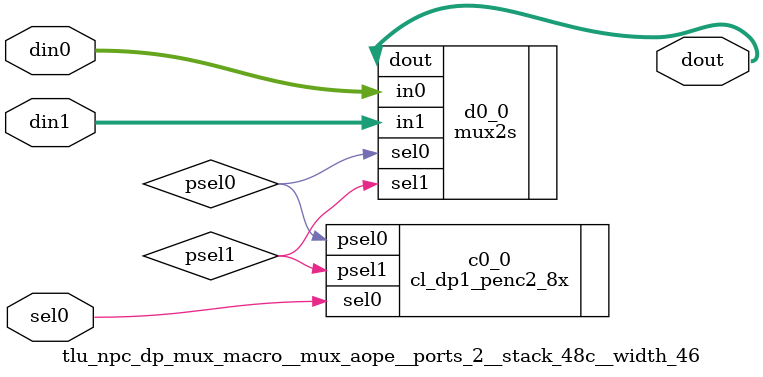
<source format=v>
module tlu_npc_dp (
  pct0_npc_w, 
  pct1_npc_w, 
  fls1_lsu_inst_w, 
  tlu_npc_w);


input	[47:2]	pct0_npc_w;
input	[47:2]	pct1_npc_w;
input 		fls1_lsu_inst_w;


output	[47:2]	tlu_npc_w;




//////////////////////////////////////////////////////////////////////




tlu_npc_dp_mux_macro__mux_aope__ports_2__stack_48c__width_46 npc_w_mux     (
	.din1	(pct0_npc_w		[47:2]	),
	.din0	(pct1_npc_w		[47:2]	),
	.sel0	(fls1_lsu_inst_w		),
	.dout	(tlu_npc_w		[47:2]	)
);




endmodule




// general mux macro for pass-gate and and-or muxes with/wout priority encoders
// also for pass-gate with decoder





// any PARAMS parms go into naming of macro

module tlu_npc_dp_mux_macro__mux_aope__ports_2__stack_48c__width_46 (
  din0, 
  din1, 
  sel0, 
  dout);
wire psel0;
wire psel1;

  input [45:0] din0;
  input [45:0] din1;
  input sel0;
  output [45:0] dout;





cl_dp1_penc2_8x  c0_0 (
 .sel0(sel0),
 .psel0(psel0),
 .psel1(psel1)
);

mux2s #(46)  d0_0 (
  .sel0(psel0),
  .sel1(psel1),
  .in0(din0[45:0]),
  .in1(din1[45:0]),
.dout(dout[45:0])
);









  



endmodule


</source>
